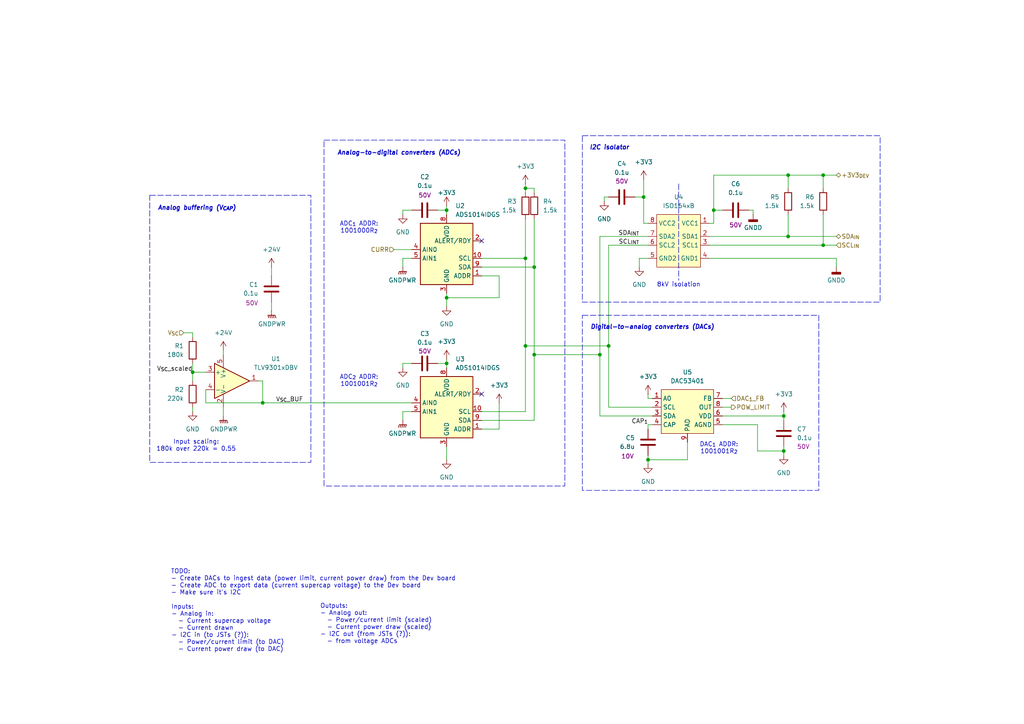
<source format=kicad_sch>
(kicad_sch (version 20250114) (generator "eeschema") (generator_version "9.0")
  (paper "A4")
  (title_block (title "Dev Board Interface") (date "2025-05-23") (rev "1") (company "UT Robomaster") (comment 1 "Robomaster"))
  (lib_symbols
    (symbol "! Robomaster ICs:DACx3401"
      (property "Reference" "U" (at 0 6.858 0))
      (property "Value" "DACx3401" (at 0 4.826 0))
      (symbol "DACx3401_1_1"
        (rectangle (start -7.62 0) (end 7.62 -12.7) (fill (type background)))
        (pin input line (at -10.16 -2.54 0) (length 2.54) (name "A0") (number "1"))
        (pin input line (at -10.16 -5.08 0) (length 2.54) (name "SCL") (number "2"))
        (pin bidirectional line (at -10.16 -7.62 0) (length 2.54) (name "SDA") (number "3"))
        (pin passive line (at -10.16 -10.16 0) (length 2.54) (name "CAP") (number "4"))
        (pin passive line (at 0 -15.24 90) (length 2.54) (name "PAD") (number "9"))
        (pin input line (at 10.16 -2.54 180) (length 2.54) (name "FB") (number "7"))
        (pin output line (at 10.16 -5.08 180) (length 2.54) (name "OUT") (number "8"))
        (pin power_in line (at 10.16 -7.62 180) (length 2.54) (name "VDD") (number "6"))
        (pin power_in line (at 10.16 -10.16 180) (length 2.54) (name "AGND") (number "5"))
      )
    )
    (symbol "! Robomaster ICs:ISO164xB"
      (property "Reference" "U" (at 0 7.366 0))
      (property "Value" "ISO164xB" (at 0 4.826 0))
      (symbol "ISO164xB_1_1"
        (rectangle (start -6.35 2.54) (end 6.35 -12.7) (fill (type background)))
        (pin power_in line (at -8.89 0 0) (length 2.54) (name "VCC1") (number "1"))
        (pin bidirectional line (at -8.89 -3.81 0) (length 2.54) (name "SDA1") (number "2"))
        (pin input line (at -8.89 -6.35 0) (length 2.54) (name "SCL1") (number "3"))
        (pin power_in line (at -8.89 -10.16 0) (length 2.54) (name "GND1") (number "4"))
        (pin power_in line (at 8.89 0 180) (length 2.54) (name "VCC2") (number "8"))
        (pin bidirectional line (at 8.89 -3.81 180) (length 2.54) (name "SDA2") (number "7"))
        (pin output line (at 8.89 -6.35 180) (length 2.54) (name "SCL2") (number "6"))
        (pin power_in line (at 8.89 -10.16 180) (length 2.54) (name "GND2") (number "5"))
      )
    )
    (symbol "Amplifier_Operational:TLV9301xDBV" (pin_names (offset 0.127))
      (property "Reference" "U" (at -1.27 6.35 0))
      (property "Value" "TLV9301xDBV" (at -1.27 3.81 0))
      (symbol "TLV9301xDBV_0_1"
        (polyline (pts (xy -5.08 5.08) (xy 5.08 0) (xy -5.08 -5.08) (xy -5.08 5.08)) (stroke (width 0.254)) (fill (type background)))
        (pin power_in line (at -2.54 7.62 270) (length 3.81) (name "V+") (number "5"))
        (pin power_in line (at -2.54 -7.62 90) (length 3.81) (name "V-") (number "2"))
      )
      (symbol "TLV9301xDBV_1_1"
        (pin input line (at -7.62 2.54 0) (length 2.54) (name "+") (number "3"))
        (pin input line (at -7.62 -2.54 0) (length 2.54) (name "-") (number "4"))
        (pin output line (at 7.62 0 180) (length 2.54) (name "~") (number "1"))
      )
    )
    (symbol "Analog_ADC:ADS1014IDGS"
      (property "Reference" "U" (at 2.54 13.97 0))
      (property "Value" "ADS1014IDGS" (at 7.62 11.43 0))
      (symbol "ADS1014IDGS_0_1"
        (rectangle (start -7.62 10.16) (end 7.62 -7.62) (stroke (width 0.254)) (fill (type background)))
      )
      (symbol "ADS1014IDGS_1_1"
        (pin input line (at -10.16 2.54 0) (length 2.54) (name "AIN0") (number "4"))
        (pin input line (at -10.16 0 0) (length 2.54) (name "AIN1") (number "5"))
        (pin no_connect line (at -7.62 7.62 0) (length 2.54) (hide yes) (name "~") (number "6"))
        (pin no_connect line (at -7.62 5.08 0) (length 2.54) (hide yes) (name "~") (number "7"))
        (pin power_in line (at 0 12.7 270) (length 2.54) (name "VDD") (number "8"))
        (pin power_in line (at 0 -10.16 90) (length 2.54) (name "GND") (number "3"))
        (pin output line (at 10.16 5.08 180) (length 2.54) (name "ALERT/RDY") (number "2"))
        (pin input line (at 10.16 0 180) (length 2.54) (name "SCL") (number "10"))
        (pin bidirectional line (at 10.16 -2.54 180) (length 2.54) (name "SDA") (number "9"))
        (pin input line (at 10.16 -5.08 180) (length 2.54) (name "ADDR") (number "1"))
      )
    )
    (symbol "Device:C" (pin_numbers (hide yes)) (pin_names (offset 0.254))
      (property "Reference" "C" (at 0.635 2.54 0))
      (property "Value" "C" (at 0.635 -2.54 0))
      (symbol "C_0_1"
        (polyline (pts (xy -2.032 0.762) (xy 2.032 0.762)) (stroke (width 0.508)))
        (polyline (pts (xy -2.032 -0.762) (xy 2.032 -0.762)) (stroke (width 0.508)))
      )
      (symbol "C_1_1"
        (pin passive line (at 0 3.81 270) (length 2.794) (name "~") (number "1"))
        (pin passive line (at 0 -3.81 90) (length 2.794) (name "~") (number "2"))
      )
    )
    (symbol "Device:R" (pin_numbers (hide yes)) (pin_names (offset 0))
      (property "Reference" "R" (at 2.032 0 90))
      (property "Value" "R" (at 0 0 90))
      (symbol "R_0_1"
        (rectangle (start -1.016 -2.54) (end 1.016 2.54) (stroke (width 0.254)))
      )
      (symbol "R_1_1"
        (pin passive line (at 0 3.81 270) (length 1.27) (name "~") (number "1"))
        (pin passive line (at 0 -3.81 90) (length 1.27) (name "~") (number "2"))
      )
    )
    (symbol "power:+24V" (power) (pin_numbers (hide yes)) (pin_names (offset 0) (hide yes))
      (property "Value" "+24V" (at 0 3.556 0))
      (symbol "+24V_0_1"
        (polyline (pts (xy -0.762 1.27) (xy 0 2.54)))
        (polyline (pts (xy 0 2.54) (xy 0.762 1.27)))
        (polyline (pts (xy 0 0) (xy 0 2.54)))
      )
      (symbol "+24V_1_1"
        (pin power_in line (at 0 0 90) (length 0) (name "~") (number "1"))
      )
    )
    (symbol "power:+3V3" (power) (pin_numbers (hide yes)) (pin_names (offset 0) (hide yes))
      (property "Value" "+3V3" (at 0 3.556 0))
      (symbol "+3V3_0_1"
        (polyline (pts (xy -0.762 1.27) (xy 0 2.54)))
        (polyline (pts (xy 0 2.54) (xy 0.762 1.27)))
        (polyline (pts (xy 0 0) (xy 0 2.54)))
      )
      (symbol "+3V3_1_1"
        (pin power_in line (at 0 0 90) (length 0) (name "~") (number "1"))
      )
    )
    (symbol "power:GND" (power) (pin_numbers (hide yes)) (pin_names (offset 0) (hide yes))
      (property "Value" "GND" (at 0 -3.81 0))
      (symbol "GND_0_1"
        (polyline (pts (xy 0 0) (xy 0 -1.27) (xy 1.27 -1.27) (xy 0 -2.54) (xy -1.27 -1.27) (xy 0 -1.27)))
      )
      (symbol "GND_1_1"
        (pin power_in line (at 0 0 270) (length 0) (name "~") (number "1"))
      )
    )
    (symbol "power:GNDD" (power) (pin_numbers (hide yes)) (pin_names (offset 0) (hide yes))
      (property "Value" "GNDD" (at 0 -3.175 0))
      (symbol "GNDD_0_1"
        (rectangle (start -1.27 -1.524) (end 1.27 -2.032) (stroke (width 0.254)) (fill (type outline)))
        (polyline (pts (xy 0 0) (xy 0 -1.524)))
      )
      (symbol "GNDD_1_1"
        (pin power_in line (at 0 0 270) (length 0) (name "~") (number "1"))
      )
    )
    (symbol "power:GNDPWR" (power) (pin_numbers (hide yes)) (pin_names (offset 0) (hide yes))
      (property "Value" "GNDPWR" (at 0 -3.302 0))
      (symbol "GNDPWR_0_1"
        (polyline (pts (xy -1.016 -1.27) (xy -1.27 -2.032) (xy -1.27 -2.032)) (stroke (width 0.2032)))
        (polyline (pts (xy -0.508 -1.27) (xy -0.762 -2.032) (xy -0.762 -2.032)) (stroke (width 0.2032)))
        (polyline (pts (xy 0 -1.27) (xy 0 0)))
        (polyline (pts (xy 0 -1.27) (xy -0.254 -2.032) (xy -0.254 -2.032)) (stroke (width 0.2032)))
        (polyline (pts (xy 0.508 -1.27) (xy 0.254 -2.032) (xy 0.254 -2.032)) (stroke (width 0.2032)))
        (polyline (pts (xy 1.016 -1.27) (xy -1.016 -1.27) (xy -1.016 -1.27)) (stroke (width 0.2032)))
        (polyline (pts (xy 1.016 -1.27) (xy 0.762 -2.032) (xy 0.762 -2.032) (xy 0.762 -2.032)) (stroke (width 0.2032)))
      )
      (symbol "GNDPWR_1_1"
        (pin power_in line (at 0 0 270) (length 0) (name "~") (number "1"))
      )
    )
  )
  (rectangle (start 93.98 40.64) (end 163.83 140.97) (stroke (width 0) (type dash)))
  (rectangle (start 255.27 39.37) (end 168.91 87.63) (stroke (width 0) (type dash)))
  (rectangle (start 43.434 56.642) (end 90.17 134.112) (stroke (width 0) (type dash)))
  (rectangle (start 168.91 91.44) (end 237.49 142.24) (stroke (width 0) (type dash)))
  (text "Input scaling:\n180k over 220k = 0.55" (at 56.896 129.286 0) (effects (font (size 1.27 1.27))))
  (text "I2C isolator" (at 170.942 42.164 0) (effects (font (size 1.27 1.27) (thickness 0.254) (bold yes) (italic yes)) (justify left top)))
  (text "TODO:\n- Create DACs to ingest data (power limit, current power draw) from the Dev board\n- Create ADC to export data (current supercap voltage) to the Dev board\n- Make sure it's I2C" (at 49.53 165.1 0) (effects (font (size 1.27 1.27)) (justify left top)))
  (text "Inputs:\n- Analog in:\n  - Current supercap voltage\n  - Current drawn\n- I2C in (to JSTs (?)):\n  - Power/current limit (to DAC)\n  - Current power draw (to DAC)" (at 49.657 175.387 0) (effects (font (size 1.27 1.27)) (justify left top)))
  (text "ADC_{2} ADDR:\n1001001R_{2}" (at 104.14 110.49 0) (effects (font (size 1.27 1.27))))
  (text "Outputs:\n- Analog out:\n  - Power/current limit (scaled)\n  - Current power draw (scaled)\n- I2C out (from JSTs (?)):\n  - from voltage ADCs" (at 92.837 175.133 0) (effects (font (size 1.27 1.27)) (justify left top)))
  (text "Digital-to-analog converters (DACs)" (at 171.196 94.234 0) (effects (font (size 1.27 1.27) (thickness 0.254) (bold yes) (italic yes)) (justify left top)))
  (text "DAC_{1} ADDR:\n1001001R_{2}" (at 208.534 128.27 0) (effects (font (size 1.27 1.27)) (justify top)))
  (text "Analog-to-digital converters (ADCs)" (at 97.79 43.688 0) (effects (font (size 1.27 1.27) (thickness 0.254) (bold yes) (italic yes)) (justify left top)))
  (text "8kV isolation" (at 196.85 81.915 0) (effects (font (size 1.27 1.27)) (justify top)))
  (text "Analog buffering (V_{CAP})" (at 45.72 59.69 0) (effects (font (size 1.27 1.27) (thickness 0.254) (bold yes) (italic yes)) (justify left top)))
  (text "ADC_{1} ADDR:\n1001000R_{2}" (at 104.14 66.04 0) (effects (font (size 1.27 1.27))))
  (junction (at 154.94 77.47))
  (junction (at 238.76 50.8))
  (junction (at 152.4 100.33))
  (junction (at 154.94 102.87))
  (junction (at 186.69 57.15))
  (junction (at 228.6 50.8))
  (junction (at 76.2 116.84))
  (junction (at 129.54 86.36))
  (junction (at 152.4 54.61))
  (junction (at 55.88 107.95))
  (junction (at 227.33 130.81))
  (junction (at 238.76 71.12))
  (junction (at 129.54 60.96))
  (junction (at 176.53 100.33))
  (junction (at 129.54 105.41))
  (junction (at 187.96 133.35))
  (junction (at 152.4 74.93))
  (junction (at 207.01 60.96))
  (junction (at 173.99 102.87))
  (junction (at 228.6 68.58))
  (junction (at 227.33 120.65))
  (no_connect (at 139.7 69.85))
  (no_connect (at 139.7 114.3))
  (wire (pts (xy 144.78 80.01) (xy 144.78 86.36)))
  (wire (pts (xy 129.54 105.41) (xy 129.54 106.68)))
  (polyline (pts (xy 196.85 53.34) (xy 196.85 81.28)) (stroke (width 0) (type dash)))
  (wire (pts (xy 207.01 64.77) (xy 205.74 64.77)))
  (wire (pts (xy 199.39 133.35) (xy 187.96 133.35)))
  (wire (pts (xy 209.55 115.57) (xy 212.09 115.57)))
  (wire (pts (xy 209.55 123.19) (xy 219.71 123.19)))
  (wire (pts (xy 219.71 123.19) (xy 219.71 130.81)))
  (wire (pts (xy 173.99 102.87) (xy 154.94 102.87)))
  (wire (pts (xy 119.38 119.38) (xy 116.84 119.38)))
  (wire (pts (xy 187.96 114.3) (xy 187.96 115.57)))
  (wire (pts (xy 205.74 71.12) (xy 238.76 71.12)))
  (wire (pts (xy 187.96 115.57) (xy 189.23 115.57)))
  (wire (pts (xy 228.6 50.8) (xy 238.76 50.8)))
  (wire (pts (xy 139.7 80.01) (xy 144.78 80.01)))
  (wire (pts (xy 152.4 53.34) (xy 152.4 54.61)))
  (wire (pts (xy 227.33 130.81) (xy 227.33 132.08)))
  (wire (pts (xy 152.4 100.33) (xy 176.53 100.33)))
  (wire (pts (xy 228.6 50.8) (xy 228.6 54.61)))
  (wire (pts (xy 76.2 116.84) (xy 119.38 116.84)))
  (wire (pts (xy 186.69 52.07) (xy 186.69 57.15)))
  (wire (pts (xy 119.38 105.41) (xy 116.84 105.41)))
  (wire (pts (xy 116.84 119.38) (xy 116.84 121.92)))
  (wire (pts (xy 186.69 64.77) (xy 187.96 64.77)))
  (wire (pts (xy 129.54 59.69) (xy 129.54 60.96)))
  (wire (pts (xy 173.99 120.65) (xy 189.23 120.65)))
  (wire (pts (xy 186.69 57.15) (xy 186.69 64.77)))
  (wire (pts (xy 185.42 74.93) (xy 185.42 77.47)))
  (wire (pts (xy 176.53 57.15) (xy 175.26 57.15)))
  (wire (pts (xy 187.96 133.35) (xy 187.96 134.62)))
  (wire (pts (xy 207.01 50.8) (xy 207.01 60.96)))
  (wire (pts (xy 53.34 96.52) (xy 55.88 96.52)))
  (wire (pts (xy 116.84 74.93) (xy 116.84 77.47)))
  (wire (pts (xy 207.01 60.96) (xy 209.55 60.96)))
  (wire (pts (xy 152.4 54.61) (xy 152.4 55.88)))
  (wire (pts (xy 187.96 124.46) (xy 187.96 123.19)))
  (wire (pts (xy 152.4 100.33) (xy 152.4 119.38)))
  (wire (pts (xy 154.94 63.5) (xy 154.94 77.47)))
  (wire (pts (xy 242.57 77.47) (xy 242.57 74.93)))
  (wire (pts (xy 129.54 85.09) (xy 129.54 86.36)))
  (wire (pts (xy 187.96 71.12) (xy 176.53 71.12)))
  (wire (pts (xy 154.94 102.87) (xy 154.94 121.92)))
  (wire (pts (xy 59.69 113.03) (xy 59.69 116.84)))
  (wire (pts (xy 176.53 100.33) (xy 176.53 118.11)))
  (wire (pts (xy 55.88 118.11) (xy 55.88 119.38)))
  (wire (pts (xy 176.53 118.11) (xy 189.23 118.11)))
  (wire (pts (xy 218.44 60.96) (xy 218.44 62.23)))
  (wire (pts (xy 139.7 77.47) (xy 154.94 77.47)))
  (wire (pts (xy 152.4 119.38) (xy 139.7 119.38)))
  (wire (pts (xy 139.7 74.93) (xy 152.4 74.93)))
  (wire (pts (xy 152.4 63.5) (xy 152.4 74.93)))
  (wire (pts (xy 187.96 123.19) (xy 189.23 123.19)))
  (wire (pts (xy 227.33 120.65) (xy 227.33 121.92)))
  (wire (pts (xy 154.94 54.61) (xy 154.94 55.88)))
  (wire (pts (xy 129.54 105.41) (xy 127 105.41)))
  (wire (pts (xy 55.88 107.95) (xy 55.88 110.49)))
  (wire (pts (xy 154.94 121.92) (xy 139.7 121.92)))
  (wire (pts (xy 186.69 57.15) (xy 184.15 57.15)))
  (wire (pts (xy 176.53 71.12) (xy 176.53 100.33)))
  (wire (pts (xy 207.01 60.96) (xy 207.01 64.77)))
  (wire (pts (xy 238.76 50.8) (xy 242.57 50.8)))
  (wire (pts (xy 116.84 60.96) (xy 116.84 62.23)))
  (wire (pts (xy 76.2 116.84) (xy 76.2 110.49)))
  (wire (pts (xy 227.33 119.38) (xy 227.33 120.65)))
  (wire (pts (xy 55.88 107.95) (xy 59.69 107.95)))
  (wire (pts (xy 55.88 105.41) (xy 55.88 107.95)))
  (wire (pts (xy 242.57 74.93) (xy 205.74 74.93)))
  (wire (pts (xy 55.88 96.52) (xy 55.88 97.79)))
  (wire (pts (xy 129.54 86.36) (xy 129.54 88.9)))
  (wire (pts (xy 228.6 68.58) (xy 242.57 68.58)))
  (wire (pts (xy 187.96 132.08) (xy 187.96 133.35)))
  (wire (pts (xy 228.6 62.23) (xy 228.6 68.58)))
  (wire (pts (xy 207.01 50.8) (xy 228.6 50.8)))
  (wire (pts (xy 119.38 60.96) (xy 116.84 60.96)))
  (wire (pts (xy 59.69 116.84) (xy 76.2 116.84)))
  (wire (pts (xy 144.78 116.84) (xy 144.78 124.46)))
  (wire (pts (xy 76.2 110.49) (xy 74.93 110.49)))
  (wire (pts (xy 238.76 50.8) (xy 238.76 54.61)))
  (wire (pts (xy 154.94 77.47) (xy 154.94 102.87)))
  (wire (pts (xy 238.76 62.23) (xy 238.76 71.12)))
  (wire (pts (xy 64.77 101.6) (xy 64.77 102.87)))
  (wire (pts (xy 173.99 68.58) (xy 173.99 102.87)))
  (wire (pts (xy 64.77 118.11) (xy 64.77 120.65)))
  (wire (pts (xy 129.54 104.14) (xy 129.54 105.41)))
  (wire (pts (xy 205.74 68.58) (xy 228.6 68.58)))
  (wire (pts (xy 144.78 86.36) (xy 129.54 86.36)))
  (wire (pts (xy 187.96 74.93) (xy 185.42 74.93)))
  (wire (pts (xy 152.4 54.61) (xy 154.94 54.61)))
  (wire (pts (xy 227.33 129.54) (xy 227.33 130.81)))
  (wire (pts (xy 173.99 102.87) (xy 173.99 120.65)))
  (wire (pts (xy 114.3 72.39) (xy 119.38 72.39)))
  (wire (pts (xy 152.4 100.33) (xy 152.4 74.93)))
  (wire (pts (xy 119.38 74.93) (xy 116.84 74.93)))
  (wire (pts (xy 209.55 120.65) (xy 227.33 120.65)))
  (wire (pts (xy 217.17 60.96) (xy 218.44 60.96)))
  (wire (pts (xy 78.74 77.47) (xy 78.74 80.01)))
  (wire (pts (xy 78.74 87.63) (xy 78.74 90.17)))
  (wire (pts (xy 173.99 68.58) (xy 187.96 68.58)))
  (wire (pts (xy 139.7 124.46) (xy 144.78 124.46)))
  (wire (pts (xy 129.54 60.96) (xy 127 60.96)))
  (wire (pts (xy 129.54 60.96) (xy 129.54 62.23)))
  (wire (pts (xy 219.71 130.81) (xy 227.33 130.81)))
  (wire (pts (xy 129.54 129.54) (xy 129.54 133.35)))
  (wire (pts (xy 199.39 128.27) (xy 199.39 133.35)))
  (wire (pts (xy 116.84 105.41) (xy 116.84 106.68)))
  (wire (pts (xy 209.55 118.11) (xy 212.09 118.11)))
  (wire (pts (xy 175.26 57.15) (xy 175.26 58.42)))
  (wire (pts (xy 238.76 71.12) (xy 242.57 71.12)))
  (label "CAP_{1}" (at 187.96 123.19 180))
  (label "V_{SC}_scaled" (at 55.88 107.95 180))
  (label "V_{SC}_BUF" (at 80.01 116.84 0))
  (label "SCL_{INT}" (at 185.42 71.12 180))
  (label "SDA_{INT}" (at 185.42 68.58 180))
  (hierarchical_label "POW_LIMIT" (shape output) (at 212.09 118.11 0))
  (hierarchical_label "V_{SC}" (shape input) (at 53.34 96.52 180))
  (hierarchical_label "+3V3_{DEV}" (shape bidirectional) (at 242.57 50.8 0))
  (hierarchical_label "CURR" (shape input) (at 114.3 72.39 180))
  (hierarchical_label "SDA_{IN}" (shape bidirectional) (at 242.57 68.58 0))
  (hierarchical_label "DAC_{1}_FB" (shape input) (at 212.09 115.57 0))
  (hierarchical_label "SCL_{IN}" (shape input) (at 242.57 71.12 0))
  (symbol (lib_id "Analog_ADC:ADS1014IDGS") (at 129.54 119.38 0) (unit 1)
    (property "Reference" "U3" (at 132.08 104.14 0) (effects (justify left)))
    (property "Value" "ADS1014IDGS" (at 132.08 106.68 0) (effects (justify left)))
    (property "Footprint" "Package_SO:TSSOP-10_3x3mm_P0.5mm" (effects (hide yes)))
    (property "Datasheet" "http://www.ti.com/lit/ds/symlink/ads1015.pdf" (effects (hide yes)))
    (property "Description" "Ultra-Small, Low-Power, I2C-Compatible, 3.3-kSPS, 12-Bit ADCs With Internal Reference, Oscillator, and Programmable Comparator, VSSOP-10" (effects (hide yes)))
    (property "Mouser Part Number" "595-ADS1014IDGSR" (effects (hide yes)))
    (instances (project "Dev Board Interface Rev1" (path "" (reference "U3") (unit 1))) (project "SupercapManager" (path "" (reference "U13") (unit 1))) (project "Dev Board Interface Rev1" (path "" (reference "U3") (unit 1))))
  )
  (symbol (lib_id "power:GND") (at 185.42 77.47 0) (unit 1)
    (property "Reference" "#PWR0104" (effects (hide yes)))
    (property "Value" "GND" (at 185.42 82.55 0))
    (property "Description" "Power symbol creates a global label with name \"GND\" , ground" (effects (hide yes)))
    (instances (project "Dev Board Interface Rev1" (path "" (reference "#PWR0104") (unit 1))) (project "" (path "" (reference "#PWR067") (unit 1))) (project "Dev Board Interface Rev1" (path "" (reference "#PWR0104") (unit 1))))
  )
  (symbol (lib_id "power:GND") (at 129.54 133.35 0) (unit 1)
    (property "Reference" "#PWR0115" (effects (hide yes)))
    (property "Value" "GND" (at 129.54 138.43 0))
    (property "Description" "Power symbol creates a global label with name \"GND\" , ground" (effects (hide yes)))
    (instances (project "Dev Board Interface Rev1" (path "" (reference "#PWR0115") (unit 1))) (project "SupercapManager" (path "" (reference "#PWR081") (unit 1))) (project "Dev Board Interface Rev1" (path "" (reference "#PWR0115") (unit 1))))
  )
  (symbol (lib_id "power:GND") (at 129.54 88.9 0) (unit 1)
    (property "Reference" "#PWR0122" (effects (hide yes)))
    (property "Value" "GND" (at 129.54 93.98 0))
    (property "Description" "Power symbol creates a global label with name \"GND\" , ground" (effects (hide yes)))
    (instances (project "Dev Board Interface Rev1" (path "" (reference "#PWR0122") (unit 1))) (project "SupercapManager" (path "" (reference "#PWR069") (unit 1))) (project "Dev Board Interface Rev1" (path "" (reference "#PWR0122") (unit 1))))
  )
  (symbol (lib_id "Device:C") (at 213.36 60.96 270) (mirror x) (unit 1)
    (property "Reference" "C6" (at 213.36 53.34 90))
    (property "Value" "0.1u" (at 213.36 55.88 90))
    (property "Footprint" "Capacitor_SMD:C_0603_1608Metric_Pad1.08x0.95mm_HandSolder" (effects (hide yes)))
    (property "Datasheet" "https://www.mouser.com/datasheet/2/40/KGM_X7R-3223212.pdf" (effects (hide yes)))
    (property "Description" "Unpolarized capacitor" (effects (hide yes)))
    (property "Mouser Part Number" "581-KGM15BR71H104JT" (effects (hide yes)))
    (property "Voltage Rating" "50V" (at 213.36 65.278 90))
    (instances (project "Dev Board Interface Rev1" (path "" (reference "C6") (unit 1))) (project "" (path "" (reference "C46") (unit 1))) (project "Dev Board Interface Rev1" (path "" (reference "C6") (unit 1))))
  )
  (symbol (lib_id "power:GNDD") (at 218.44 62.23 0) (unit 1)
    (property "Reference" "#PWR0101" (effects (hide yes)))
    (property "Value" "GNDD" (at 218.44 66.04 0))
    (property "Description" "Power symbol creates a global label with name \"GNDD\" , digital ground" (effects (hide yes)))
    (instances (project "Dev Board Interface Rev1" (path "" (reference "#PWR0101") (unit 1))) (project "SupercapManager" (path "" (reference "#PWR064") (unit 1))) (project "Dev Board Interface Rev1" (path "" (reference "#PWR0101") (unit 1))))
  )
  (symbol (lib_id "power:+3V3") (at 152.4 53.34 0) (unit 1)
    (property "Reference" "#PWR0116" (effects (hide yes)))
    (property "Value" "+3V3" (at 152.4 48.26 0))
    (property "Description" "Power symbol creates a global label with name \"+3V3\"" (effects (hide yes)))
    (instances (project "Dev Board Interface Rev1" (path "" (reference "#PWR0116") (unit 1))) (project "SupercapManager" (path "" (reference "#PWR060") (unit 1))) (project "Dev Board Interface Rev1" (path "" (reference "#PWR0116") (unit 1))))
  )
  (symbol (lib_id "Device:R") (at 152.4 59.69 0) (mirror y) (unit 1)
    (property "Reference" "R3" (at 149.86 58.4199 0) (effects (justify left)))
    (property "Value" "1.5k" (at 149.86 60.9599 0) (effects (justify left)))
    (property "Footprint" "Resistor_SMD:R_0603_1608Metric_Pad0.98x0.95mm_HandSolder" (effects (hide yes)))
    (property "Description" "Resistor" (effects (hide yes)))
    (property "Mouser Part Number" "603-RC0603FR-7W1K5L" (effects (hide yes)))
    (instances (project "Dev Board Interface Rev1" (path "" (reference "R3") (unit 1))) (project "SupercapManager" (path "" (reference "R59") (unit 1))) (project "Dev Board Interface Rev1" (path "" (reference "R3") (unit 1))))
  )
  (symbol (lib_id "power:GND") (at 116.84 62.23 0) (unit 1)
    (property "Reference" "#PWR0111" (effects (hide yes)))
    (property "Value" "GND" (at 116.84 67.31 0))
    (property "Description" "Power symbol creates a global label with name \"GND\" , ground" (effects (hide yes)))
    (instances (project "Dev Board Interface Rev1" (path "" (reference "#PWR0111") (unit 1))) (project "SupercapManager" (path "" (reference "#PWR063") (unit 1))) (project "Dev Board Interface Rev1" (path "" (reference "#PWR0111") (unit 1))))
  )
  (symbol (lib_id "power:+3V3") (at 129.54 59.69 0) (unit 1)
    (property "Reference" "#PWR0117" (effects (hide yes)))
    (property "Value" "+3V3" (at 129.54 55.88 0))
    (property "Description" "Power symbol creates a global label with name \"+3V3\"" (effects (hide yes)))
    (instances (project "Dev Board Interface Rev1" (path "" (reference "#PWR0117") (unit 1))) (project "SupercapManager" (path "" (reference "#PWR062") (unit 1))) (project "Dev Board Interface Rev1" (path "" (reference "#PWR0117") (unit 1))))
  )
  (symbol (lib_id "! Robomaster ICs:DACx3401") (at 199.39 113.03 0) (unit 1)
    (property "Reference" "U5" (at 199.39 107.95 0))
    (property "Value" "DAC53401" (at 199.39 110.49 0))
    (property "Footprint" "Package_SON:WSON-8-1EP_2x2mm_P0.5mm_EP0.9x1.6mm" (effects (hide yes)))
    (property "Datasheet" "https://www.ti.com/lit/gpn/dac43401" (effects (hide yes)))
    (property "Description" "8-bit 1-channel voltage-output smart DAC with Hi-Z, EEPROM, waveform generator and comparator" (effects (hide yes)))
    (property "Mouser Part Number" "595-DAC53401DSGR" (effects (hide yes)))
    (instances (project "Dev Board Interface Rev1" (path "" (reference "U5") (unit 1))) (project "" (path "" (reference "U12") (unit 1))) (project "Dev Board Interface Rev1" (path "" (reference "U5") (unit 1))))
  )
  (symbol (lib_id "Device:C") (at 187.96 128.27 0) (mirror y) (unit 1)
    (property "Reference" "C5" (at 184.15 126.9999 0) (effects (justify left)))
    (property "Value" "6.8u" (at 184.15 129.5399 0) (effects (justify left)))
    (property "Footprint" "Capacitor_SMD:C_0603_1608Metric_Pad1.08x0.95mm_HandSolder" (effects (hide yes)))
    (property "Description" "Unpolarized capacitor" (effects (hide yes)))
    (property "Mouser Part Number" "810-C2012X5R1A685K0C" (effects (hide yes)))
    (property "Voltage Rating" "10V" (at 183.896 132.334 0) (effects (justify left)))
    (instances (project "Dev Board Interface Rev1" (path "" (reference "C5") (unit 1))) (project "SupercapManager" (path "" (reference "C50") (unit 1))) (project "Dev Board Interface Rev1" (path "" (reference "C5") (unit 1))))
  )
  (symbol (lib_id "Device:C") (at 78.74 83.82 0) (mirror x) (unit 1)
    (property "Reference" "C1" (at 74.93 82.5499 0) (effects (justify right)))
    (property "Value" "0.1u" (at 74.93 85.0899 0) (effects (justify right)))
    (property "Footprint" "Capacitor_SMD:C_0603_1608Metric_Pad1.08x0.95mm_HandSolder" (effects (hide yes)))
    (property "Datasheet" "https://www.mouser.com/datasheet/2/40/KGM_X7R-3223212.pdf" (effects (hide yes)))
    (property "Description" "Unpolarized capacitor" (effects (hide yes)))
    (property "Mouser Part Number" "581-KGM15BR71H104JT" (effects (hide yes)))
    (property "Voltage Rating" "50V" (at 74.93 87.884 0) (effects (justify right)))
    (instances (project "Dev Board Interface Rev1" (path "" (reference "C1") (unit 1))) (project "SupercapManager" (path "" (reference "C47") (unit 1))) (project "Dev Board Interface Rev1" (path "" (reference "C1") (unit 1))))
  )
  (symbol (lib_id "Device:C") (at 180.34 57.15 270) (mirror x) (unit 1)
    (property "Reference" "C4" (at 180.34 47.498 90))
    (property "Value" "0.1u" (at 180.34 50.038 90))
    (property "Footprint" "Capacitor_SMD:C_0603_1608Metric_Pad1.08x0.95mm_HandSolder" (effects (hide yes)))
    (property "Datasheet" "https://www.mouser.com/datasheet/2/40/KGM_X7R-3223212.pdf" (effects (hide yes)))
    (property "Description" "Unpolarized capacitor" (effects (hide yes)))
    (property "Mouser Part Number" "581-KGM15BR71H104JT" (effects (hide yes)))
    (property "Voltage Rating" "50V" (at 180.34 52.578 90))
    (instances (project "Dev Board Interface Rev1" (path "" (reference "C4") (unit 1))) (project "SupercapManager" (path "" (reference "C44") (unit 1))) (project "Dev Board Interface Rev1" (path "" (reference "C4") (unit 1))))
  )
  (symbol (lib_id "power:+3V3") (at 129.54 104.14 0) (unit 1)
    (property "Reference" "#PWR0124" (effects (hide yes)))
    (property "Value" "+3V3" (at 129.54 99.06 0))
    (property "Description" "Power symbol creates a global label with name \"+3V3\"" (effects (hide yes)))
    (instances (project "Dev Board Interface Rev1" (path "" (reference "#PWR0124") (unit 1))) (project "SupercapManager" (path "" (reference "#PWR072") (unit 1))) (project "Dev Board Interface Rev1" (path "" (reference "#PWR0124") (unit 1))))
  )
  (symbol (lib_id "Analog_ADC:ADS1014IDGS") (at 129.54 74.93 0) (unit 1)
    (property "Reference" "U2" (at 132.08 59.69 0) (effects (justify left)))
    (property "Value" "ADS1014IDGS" (at 132.08 62.23 0) (effects (justify left)))
    (property "Footprint" "Package_SO:TSSOP-10_3x3mm_P0.5mm" (effects (hide yes)))
    (property "Datasheet" "http://www.ti.com/lit/ds/symlink/ads1015.pdf" (effects (hide yes)))
    (property "Description" "Ultra-Small, Low-Power, I2C-Compatible, 3.3-kSPS, 12-Bit ADCs With Internal Reference, Oscillator, and Programmable Comparator, VSSOP-10" (effects (hide yes)))
    (property "Mouser Part Number" "595-ADS1014IDGSR" (effects (hide yes)))
    (instances (project "Dev Board Interface Rev1" (path "" (reference "U2") (unit 1))) (project "" (path "" (reference "U10") (unit 1))) (project "Dev Board Interface Rev1" (path "" (reference "U2") (unit 1))))
  )
  (symbol (lib_id "power:+24V") (at 64.77 101.6 0) (unit 1)
    (property "Reference" "#PWR0108" (effects (hide yes)))
    (property "Value" "+24V" (at 64.77 96.52 0))
    (property "Description" "Power symbol creates a global label with name \"+24V\"" (effects (hide yes)))
    (instances (project "Dev Board Interface Rev1" (path "" (reference "#PWR0108") (unit 1))) (project "SupercapManager" (path "" (reference "#PWR071") (unit 1))) (project "Dev Board Interface Rev1" (path "" (reference "#PWR0108") (unit 1))))
  )
  (symbol (lib_id "Device:R") (at 154.94 59.69 0) (unit 1)
    (property "Reference" "R4" (at 157.48 58.4199 0) (effects (justify left)))
    (property "Value" "1.5k" (at 157.48 60.9599 0) (effects (justify left)))
    (property "Footprint" "Resistor_SMD:R_0603_1608Metric_Pad0.98x0.95mm_HandSolder" (effects (hide yes)))
    (property "Description" "Resistor" (effects (hide yes)))
    (property "Mouser Part Number" "603-RC0603FR-7W1K5L" (effects (hide yes)))
    (instances (project "Dev Board Interface Rev1" (path "" (reference "R4") (unit 1))) (project "SupercapManager" (path "" (reference "R60") (unit 1))) (project "Dev Board Interface Rev1" (path "" (reference "R4") (unit 1))))
  )
  (symbol (lib_id "power:GNDPWR") (at 78.74 90.17 0) (mirror y) (unit 1)
    (property "Reference" "#PWR0107" (effects (hide yes)))
    (property "Value" "GNDPWR" (at 78.867 93.98 0))
    (property "Description" "Power symbol creates a global label with name \"GNDPWR\" , global ground" (effects (hide yes)))
    (instances (project "Dev Board Interface Rev1" (path "" (reference "#PWR0107") (unit 1))) (project "SupercapManager" (path "" (reference "#PWR070") (unit 1))) (project "Dev Board Interface Rev1" (path "" (reference "#PWR0107") (unit 1))))
  )
  (symbol (lib_id "power:+3V3") (at 144.78 116.84 0) (unit 1)
    (property "Reference" "#PWR0123" (effects (hide yes)))
    (property "Value" "+3V3" (at 144.78 111.76 0))
    (property "Description" "Power symbol creates a global label with name \"+3V3\"" (effects (hide yes)))
    (instances (project "Dev Board Interface Rev1" (path "" (reference "#PWR0123") (unit 1))) (project "SupercapManager" (path "" (reference "#PWR075") (unit 1))) (project "Dev Board Interface Rev1" (path "" (reference "#PWR0123") (unit 1))))
  )
  (symbol (lib_id "power:+24V") (at 78.74 77.47 0) (unit 1)
    (property "Reference" "#PWR0109" (effects (hide yes)))
    (property "Value" "+24V" (at 78.74 72.39 0))
    (property "Description" "Power symbol creates a global label with name \"+24V\"" (effects (hide yes)))
    (instances (project "Dev Board Interface Rev1" (path "" (reference "#PWR0109") (unit 1))) (project "" (path "" (reference "#PWR065") (unit 1))) (project "Dev Board Interface Rev1" (path "" (reference "#PWR0109") (unit 1))))
  )
  (symbol (lib_id "power:+3V3") (at 227.33 119.38 0) (mirror y) (unit 1)
    (property "Reference" "#PWR0121" (effects (hide yes)))
    (property "Value" "+3V3" (at 227.33 114.3 0))
    (property "Description" "Power symbol creates a global label with name \"+3V3\"" (effects (hide yes)))
    (instances (project "Dev Board Interface Rev1" (path "" (reference "#PWR0121") (unit 1))) (project "SupercapManager" (path "" (reference "#PWR077") (unit 1))) (project "Dev Board Interface Rev1" (path "" (reference "#PWR0121") (unit 1))))
  )
  (symbol (lib_id "power:+3V3") (at 187.96 114.3 0) (mirror y) (unit 1)
    (property "Reference" "#PWR0118" (effects (hide yes)))
    (property "Value" "+3V3" (at 187.96 109.22 0))
    (property "Description" "Power symbol creates a global label with name \"+3V3\"" (effects (hide yes)))
    (instances (project "Dev Board Interface Rev1" (path "" (reference "#PWR0118") (unit 1))) (project "SupercapManager" (path "" (reference "#PWR074") (unit 1))) (project "Dev Board Interface Rev1" (path "" (reference "#PWR0118") (unit 1))))
  )
  (symbol (lib_id "power:GND") (at 187.96 134.62 0) (mirror y) (unit 1)
    (property "Reference" "#PWR0119" (effects (hide yes)))
    (property "Value" "GND" (at 187.96 139.7 0))
    (property "Description" "Power symbol creates a global label with name \"GND\" , ground" (effects (hide yes)))
    (instances (project "Dev Board Interface Rev1" (path "" (reference "#PWR0119") (unit 1))) (project "SupercapManager" (path "" (reference "#PWR082") (unit 1))) (project "Dev Board Interface Rev1" (path "" (reference "#PWR0119") (unit 1))))
  )
  (symbol (lib_id "Amplifier_Operational:TLV9301xDBV") (at 67.31 110.49 0) (unit 1)
    (property "Reference" "U1" (at 80.01 104.0698 0))
    (property "Value" "TLV9301xDBV" (at 80.01 106.6098 0))
    (property "Footprint" "Package_TO_SOT_SMD:SOT-23-5_HandSoldering" (effects (hide yes)))
    (property "Datasheet" "https://www.ti.com/lit/ds/symlink/tlv9301.pdf" (effects (hide yes)))
    (property "Description" "40-V, 1-MHz, RRO Operational Amplifiers for Cost-Sensitive Systems, SOT-23-5" (effects (hide yes)))
    (property "Mouser Part Number" "595-TLV9301IDBVR" (effects (hide yes)))
    (instances (project "Dev Board Interface Rev1" (path "" (reference "U1") (unit 1))) (project "SupercapManager" (path "" (reference "U11") (unit 1))) (project "Dev Board Interface Rev1" (path "" (reference "U1") (unit 1))))
  )
  (symbol (lib_id "Device:C") (at 123.19 105.41 90) (mirror x) (unit 1)
    (property "Reference" "C3" (at 123.19 96.774 90))
    (property "Value" "0.1u" (at 123.19 99.314 90))
    (property "Footprint" "Capacitor_SMD:C_0603_1608Metric_Pad1.08x0.95mm_HandSolder" (effects (hide yes)))
    (property "Datasheet" "https://www.mouser.com/datasheet/2/40/KGM_X7R-3223212.pdf" (effects (hide yes)))
    (property "Description" "Unpolarized capacitor" (effects (hide yes)))
    (property "Mouser Part Number" "581-KGM15BR71H104JT" (effects (hide yes)))
    (property "Voltage Rating" "50V" (at 123.19 101.854 90))
    (instances (project "Dev Board Interface Rev1" (path "" (reference "C3") (unit 1))) (project "SupercapManager" (path "" (reference "C48") (unit 1))) (project "Dev Board Interface Rev1" (path "" (reference "C3") (unit 1))))
  )
  (symbol (lib_id "power:GND") (at 175.26 58.42 0) (unit 1)
    (property "Reference" "#PWR0103" (effects (hide yes)))
    (property "Value" "GND" (at 175.26 63.5 0))
    (property "Description" "Power symbol creates a global label with name \"GND\" , ground" (effects (hide yes)))
    (instances (project "Dev Board Interface Rev1" (path "" (reference "#PWR0103") (unit 1))) (project "SupercapManager" (path "" (reference "#PWR061") (unit 1))) (project "Dev Board Interface Rev1" (path "" (reference "#PWR0103") (unit 1))))
  )
  (symbol (lib_id "Device:R") (at 228.6 58.42 0) (mirror y) (unit 1)
    (property "Reference" "R5" (at 226.06 57.1499 0) (effects (justify left)))
    (property "Value" "1.5k" (at 226.06 59.6899 0) (effects (justify left)))
    (property "Footprint" "Resistor_SMD:R_0603_1608Metric_Pad0.98x0.95mm_HandSolder" (effects (hide yes)))
    (property "Description" "Resistor" (effects (hide yes)))
    (property "Mouser Part Number" "603-RC0603FR-7W1K5L" (effects (hide yes)))
    (instances (project "Dev Board Interface Rev1" (path "" (reference "R5") (unit 1))) (project "" (path "" (reference "R57") (unit 1))) (project "Dev Board Interface Rev1" (path "" (reference "R5") (unit 1))))
  )
  (symbol (lib_id "power:GND") (at 55.88 119.38 0) (unit 1)
    (property "Reference" "#PWR0106" (effects (hide yes)))
    (property "Value" "GND" (at 55.88 124.46 0))
    (property "Description" "Power symbol creates a global label with name \"GND\" , ground" (effects (hide yes)))
    (instances (project "Dev Board Interface Rev1" (path "" (reference "#PWR0106") (unit 1))) (project "SupercapManager" (path "" (reference "#PWR076") (unit 1))) (project "Dev Board Interface Rev1" (path "" (reference "#PWR0106") (unit 1))))
  )
  (symbol (lib_id "Device:R") (at 55.88 114.3 0) (unit 1)
    (property "Reference" "R2" (at 53.34 113.0299 0) (effects (justify right)))
    (property "Value" "220k" (at 53.34 115.5699 0) (effects (justify right)))
    (property "Footprint" "Resistor_SMD:R_0603_1608Metric_Pad0.98x0.95mm_HandSolder" (effects (hide yes)))
    (property "Description" "Resistor" (effects (hide yes)))
    (property "Mouser Part Number" "660-RK73H1JTTD2203F" (effects (hide yes)))
    (instances (project "Dev Board Interface Rev1" (path "" (reference "R2") (unit 1))) (project "SupercapManager" (path "" (reference "R62") (unit 1))) (project "Dev Board Interface Rev1" (path "" (reference "R2") (unit 1))))
  )
  (symbol (lib_id "Device:R") (at 55.88 101.6 0) (unit 1)
    (property "Reference" "R1" (at 53.34 100.3299 0) (effects (justify right)))
    (property "Value" "180k" (at 53.34 102.8699 0) (effects (justify right)))
    (property "Footprint" "Resistor_SMD:R_0603_1608Metric_Pad0.98x0.95mm_HandSolder" (effects (hide yes)))
    (property "Description" "Resistor" (effects (hide yes)))
    (property "Mouser Part Number" "603-RT0603DRE07180KL" (effects (hide yes)))
    (instances (project "Dev Board Interface Rev1" (path "" (reference "R1") (unit 1))) (project "SupercapManager" (path "" (reference "R61") (unit 1))) (project "Dev Board Interface Rev1" (path "" (reference "R1") (unit 1))))
  )
  (symbol (lib_id "power:+3V3") (at 186.69 52.07 0) (unit 1)
    (property "Reference" "#PWR0105" (effects (hide yes)))
    (property "Value" "+3V3" (at 186.69 46.99 0))
    (property "Description" "Power symbol creates a global label with name \"+3V3\"" (effects (hide yes)))
    (instances (project "Dev Board Interface Rev1" (path "" (reference "#PWR0105") (unit 1))) (project "" (path "" (reference "#PWR059") (unit 1))) (project "Dev Board Interface Rev1" (path "" (reference "#PWR0105") (unit 1))))
  )
  (symbol (lib_id "! Robomaster ICs:ISO164xB") (at 196.85 64.77 0) (mirror y) (unit 1)
    (property "Reference" "U4" (at 196.85 57.15 0))
    (property "Value" "ISO164xB" (at 196.85 59.69 0))
    (property "Footprint" "Package_SO:SOIC-8_3.9x4.9mm_P1.27mm" (effects (hide yes)))
    (property "Datasheet" "https://www.ti.com/lit/gpn/iso1640" (effects (hide yes)))
    (property "Description" "Hot-swappable, robust-EMC bidirectional I2C isolator with bidirectional clock" (effects (hide yes)))
    (property "Mouser Part Number" "595-ISO1641BDR" (effects (hide yes)))
    (instances (project "Dev Board Interface Rev1" (path "" (reference "U4") (unit 1))) (project "" (path "" (reference "U9") (unit 1))) (project "Dev Board Interface Rev1" (path "" (reference "U4") (unit 1))))
  )
  (symbol (lib_id "power:GND") (at 116.84 106.68 0) (unit 1)
    (property "Reference" "#PWR0113" (effects (hide yes)))
    (property "Value" "GND" (at 116.84 111.76 0))
    (property "Description" "Power symbol creates a global label with name \"GND\" , ground" (effects (hide yes)))
    (instances (project "Dev Board Interface Rev1" (path "" (reference "#PWR0113") (unit 1))) (project "SupercapManager" (path "" (reference "#PWR073") (unit 1))) (project "Dev Board Interface Rev1" (path "" (reference "#PWR0113") (unit 1))))
  )
  (symbol (lib_id "power:GND") (at 227.33 132.08 0) (mirror y) (unit 1)
    (property "Reference" "#PWR0120" (effects (hide yes)))
    (property "Value" "GND" (at 227.33 137.16 0))
    (property "Description" "Power symbol creates a global label with name \"GND\" , ground" (effects (hide yes)))
    (instances (project "Dev Board Interface Rev1" (path "" (reference "#PWR0120") (unit 1))) (project "SupercapManager" (path "" (reference "#PWR080") (unit 1))) (project "Dev Board Interface Rev1" (path "" (reference "#PWR0120") (unit 1))))
  )
  (symbol (lib_id "power:GNDD") (at 242.57 77.47 0) (unit 1)
    (property "Reference" "#PWR0102" (effects (hide yes)))
    (property "Value" "GNDD" (at 242.57 81.28 0))
    (property "Description" "Power symbol creates a global label with name \"GNDD\" , digital ground" (effects (hide yes)))
    (instances (project "Dev Board Interface Rev1" (path "" (reference "#PWR0102") (unit 1))) (project "" (path "" (reference "#PWR068") (unit 1))) (project "Dev Board Interface Rev1" (path "" (reference "#PWR0102") (unit 1))))
  )
  (symbol (lib_id "power:GNDPWR") (at 116.84 77.47 0) (unit 1)
    (property "Reference" "#PWR0112" (effects (hide yes)))
    (property "Value" "GNDPWR" (at 116.713 81.28 0))
    (property "Description" "Power symbol creates a global label with name \"GNDPWR\" , global ground" (effects (hide yes)))
    (instances (project "Dev Board Interface Rev1" (path "" (reference "#PWR0112") (unit 1))) (project "SupercapManager" (path "" (reference "#PWR066") (unit 1))) (project "Dev Board Interface Rev1" (path "" (reference "#PWR0112") (unit 1))))
  )
  (symbol (lib_id "Device:C") (at 227.33 125.73 180) (unit 1)
    (property "Reference" "C7" (at 231.14 124.4599 0) (effects (justify right)))
    (property "Value" "0.1u" (at 231.14 126.9999 0) (effects (justify right)))
    (property "Footprint" "Capacitor_SMD:C_0603_1608Metric_Pad1.08x0.95mm_HandSolder" (effects (hide yes)))
    (property "Datasheet" "https://www.mouser.com/datasheet/2/40/KGM_X7R-3223212.pdf" (effects (hide yes)))
    (property "Description" "Unpolarized capacitor" (effects (hide yes)))
    (property "Mouser Part Number" "581-KGM15BR71H104JT" (effects (hide yes)))
    (property "Voltage Rating" "50V" (at 231.14 129.54 0) (effects (justify right)))
    (instances (project "Dev Board Interface Rev1" (path "" (reference "C7") (unit 1))) (project "SupercapManager" (path "" (reference "C49") (unit 1))) (project "Dev Board Interface Rev1" (path "" (reference "C7") (unit 1))))
  )
  (symbol (lib_id "Device:C") (at 123.19 60.96 90) (mirror x) (unit 1)
    (property "Reference" "C2" (at 123.19 51.308 90))
    (property "Value" "0.1u" (at 123.19 53.848 90))
    (property "Footprint" "Capacitor_SMD:C_0603_1608Metric_Pad1.08x0.95mm_HandSolder" (effects (hide yes)))
    (property "Datasheet" "https://www.mouser.com/datasheet/2/40/KGM_X7R-3223212.pdf" (effects (hide yes)))
    (property "Description" "Unpolarized capacitor" (effects (hide yes)))
    (property "Mouser Part Number" "581-KGM15BR71H104JT" (effects (hide yes)))
    (property "Voltage Rating" "50V" (at 123.19 56.642 90))
    (instances (project "Dev Board Interface Rev1" (path "" (reference "C2") (unit 1))) (project "SupercapManager" (path "" (reference "C45") (unit 1))) (project "Dev Board Interface Rev1" (path "" (reference "C2") (unit 1))))
  )
  (symbol (lib_id "Device:R") (at 238.76 58.42 0) (mirror y) (unit 1)
    (property "Reference" "R6" (at 236.22 57.1499 0) (effects (justify left)))
    (property "Value" "1.5k" (at 236.22 59.6899 0) (effects (justify left)))
    (property "Footprint" "Resistor_SMD:R_0603_1608Metric_Pad0.98x0.95mm_HandSolder" (effects (hide yes)))
    (property "Description" "Resistor" (effects (hide yes)))
    (property "Mouser Part Number" "603-RC0603FR-7W1K5L" (effects (hide yes)))
    (instances (project "Dev Board Interface Rev1" (path "" (reference "R6") (unit 1))) (project "SupercapManager" (path "" (reference "R58") (unit 1))) (project "Dev Board Interface Rev1" (path "" (reference "R6") (unit 1))))
  )
  (symbol (lib_id "power:GNDPWR") (at 64.77 120.65 0) (mirror y) (unit 1)
    (property "Reference" "#PWR0110" (effects (hide yes)))
    (property "Value" "GNDPWR" (at 64.897 124.46 0))
    (property "Description" "Power symbol creates a global label with name \"GNDPWR\" , global ground" (effects (hide yes)))
    (instances (project "Dev Board Interface Rev1" (path "" (reference "#PWR0110") (unit 1))) (project "SupercapManager" (path "" (reference "#PWR078") (unit 1))) (project "Dev Board Interface Rev1" (path "" (reference "#PWR0110") (unit 1))))
  )
  (symbol (lib_id "power:GNDPWR") (at 116.84 121.92 0) (unit 1)
    (property "Reference" "#PWR0114" (effects (hide yes)))
    (property "Value" "GNDPWR" (at 116.713 125.73 0))
    (property "Description" "Power symbol creates a global label with name \"GNDPWR\" , global ground" (effects (hide yes)))
    (instances (project "Dev Board Interface Rev1" (path "" (reference "#PWR0114") (unit 1))) (project "SupercapManager" (path "" (reference "#PWR079") (unit 1))) (project "Dev Board Interface Rev1" (path "" (reference "#PWR0114") (unit 1))))
  )
)
</source>
